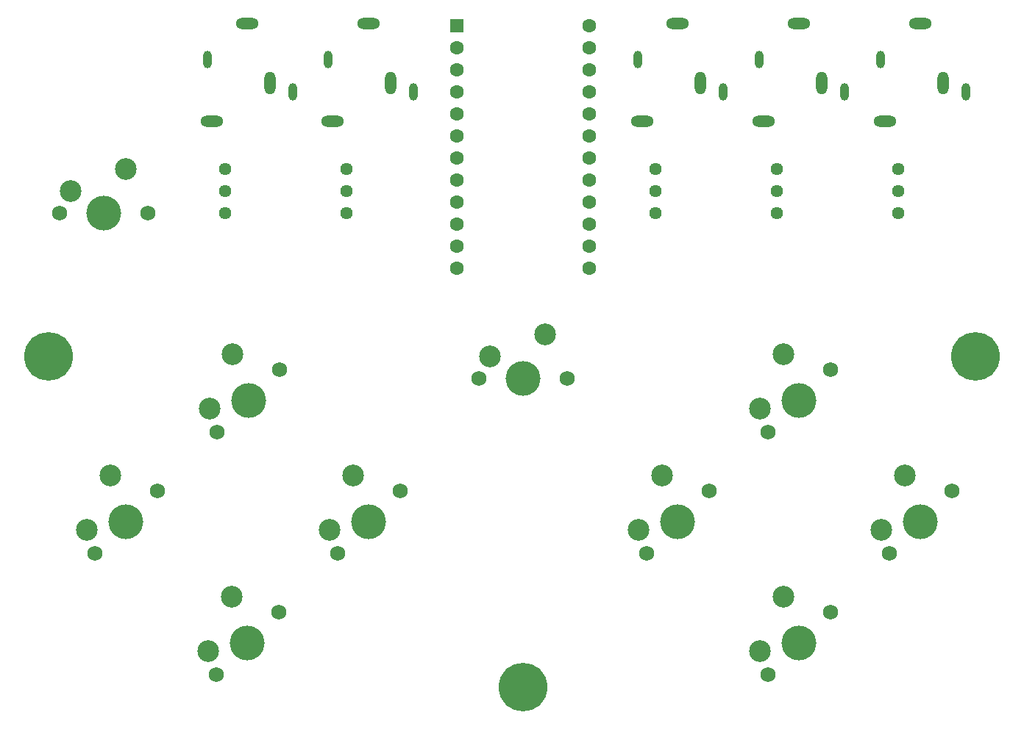
<source format=gbr>
%TF.GenerationSoftware,KiCad,Pcbnew,6.0.2+dfsg-1*%
%TF.CreationDate,2023-07-31T10:29:00-05:00*%
%TF.ProjectId,DrumBrain,4472756d-4272-4616-996e-2e6b69636164,rev?*%
%TF.SameCoordinates,Original*%
%TF.FileFunction,Soldermask,Bot*%
%TF.FilePolarity,Negative*%
%FSLAX46Y46*%
G04 Gerber Fmt 4.6, Leading zero omitted, Abs format (unit mm)*
G04 Created by KiCad (PCBNEW 6.0.2+dfsg-1) date 2023-07-31 10:29:00*
%MOMM*%
%LPD*%
G01*
G04 APERTURE LIST*
%ADD10O,2.616000X1.308000*%
%ADD11O,1.008000X2.016000*%
%ADD12O,1.308000X2.616000*%
%ADD13C,5.600000*%
%ADD14R,1.600000X1.600000*%
%ADD15C,1.600000*%
%ADD16C,2.500000*%
%ADD17C,4.000000*%
%ADD18C,1.750000*%
%ADD19C,1.440000*%
G04 APERTURE END LIST*
D10*
%TO.C,YELLOW1*%
X129480000Y-60640000D03*
D11*
X134680000Y-68540000D03*
D12*
X132080000Y-67540000D03*
D10*
X125380000Y-71940000D03*
D11*
X124880000Y-64840000D03*
%TD*%
D10*
%TO.C,RED1*%
X115570000Y-60640000D03*
D11*
X120770000Y-68540000D03*
D12*
X118170000Y-67540000D03*
D10*
X111470000Y-71940000D03*
D11*
X110970000Y-64840000D03*
%TD*%
D10*
%TO.C,KICK1*%
X165100000Y-60640000D03*
D11*
X170300000Y-68540000D03*
D12*
X167700000Y-67540000D03*
D10*
X161000000Y-71940000D03*
D11*
X160500000Y-64840000D03*
%TD*%
D10*
%TO.C,GREEN1*%
X193040000Y-60640000D03*
D11*
X198240000Y-68540000D03*
D12*
X195640000Y-67540000D03*
D10*
X188940000Y-71940000D03*
D11*
X188440000Y-64840000D03*
%TD*%
D10*
%TO.C,BLUE1*%
X179070000Y-60640000D03*
D11*
X184270000Y-68540000D03*
D12*
X181670000Y-67540000D03*
D10*
X174970000Y-71940000D03*
D11*
X174470000Y-64840000D03*
%TD*%
D13*
%TO.C,*%
X147320000Y-137160000D03*
%TD*%
%TO.C,*%
X199390000Y-99060000D03*
%TD*%
%TO.C,M3*%
X92710000Y-99060000D03*
%TD*%
D14*
%TO.C,U1*%
X139700000Y-60960000D03*
D15*
X139700000Y-63500000D03*
X139700000Y-66040000D03*
X139700000Y-68580000D03*
X139700000Y-71120000D03*
X139700000Y-73660000D03*
X139700000Y-76200000D03*
X139700000Y-78740000D03*
X139700000Y-81280000D03*
X139700000Y-83820000D03*
X139700000Y-86360000D03*
X139700000Y-88900000D03*
X154940000Y-88900000D03*
X154940000Y-86360000D03*
X154940000Y-83820000D03*
X154940000Y-81280000D03*
X154940000Y-78740000D03*
X154940000Y-76200000D03*
X154940000Y-73660000D03*
X154940000Y-71120000D03*
X154940000Y-68580000D03*
X154940000Y-66040000D03*
X154940000Y-63500000D03*
X154940000Y-60960000D03*
%TD*%
D16*
%TO.C,SW-X1*%
X174579872Y-132978026D03*
X177273949Y-126691846D03*
D17*
X179070000Y-132080000D03*
D18*
X175477898Y-135672102D03*
X182662102Y-128487898D03*
%TD*%
D16*
%TO.C,SW-UP1*%
X111194872Y-105038026D03*
X113888949Y-98751846D03*
D17*
X115685000Y-104140000D03*
D18*
X112092898Y-107732102D03*
X119277102Y-100547898D03*
%TD*%
D16*
%TO.C,SW-TRI1*%
X174579872Y-105038026D03*
X177273949Y-98751846D03*
D17*
X179070000Y-104140000D03*
D18*
X175477898Y-107732102D03*
X182662102Y-100547898D03*
%TD*%
D16*
%TO.C,SW-START1*%
X95250000Y-80010000D03*
X101600000Y-77470000D03*
D17*
X99060000Y-82550000D03*
D18*
X93980000Y-82550000D03*
X104140000Y-82550000D03*
%TD*%
D16*
%TO.C,SW-SQR1*%
X160609872Y-119008026D03*
X163303949Y-112721846D03*
D17*
X165100000Y-118110000D03*
D18*
X161507898Y-121702102D03*
X168692102Y-114517898D03*
%TD*%
D16*
%TO.C,SW-RT1*%
X125049872Y-119008026D03*
X127743949Y-112721846D03*
D17*
X129540000Y-118110000D03*
D18*
X125947898Y-121702102D03*
X133132102Y-114517898D03*
%TD*%
D16*
%TO.C,SW-LT1*%
X97109872Y-119008026D03*
X99803949Y-112721846D03*
D17*
X101600000Y-118110000D03*
D18*
X98007898Y-121702102D03*
X105192102Y-114517898D03*
%TD*%
D16*
%TO.C,SW-HOME1*%
X143510000Y-99060000D03*
X149860000Y-96520000D03*
D17*
X147320000Y-101600000D03*
D18*
X142240000Y-101600000D03*
X152400000Y-101600000D03*
%TD*%
D16*
%TO.C,SW-DN1*%
X111079872Y-132978026D03*
X113773949Y-126691846D03*
D17*
X115570000Y-132080000D03*
D18*
X111977898Y-135672102D03*
X119162102Y-128487898D03*
%TD*%
D16*
%TO.C,SW-CIR1*%
X188549872Y-119008026D03*
X191243949Y-112721846D03*
D17*
X193040000Y-118110000D03*
D18*
X189447898Y-121702102D03*
X196632102Y-114517898D03*
%TD*%
D19*
%TO.C,POT-G1*%
X190500000Y-77460000D03*
X190500000Y-80000000D03*
X190500000Y-82540000D03*
%TD*%
%TO.C,POT-K1*%
X162560000Y-77460000D03*
X162560000Y-80000000D03*
X162560000Y-82540000D03*
%TD*%
%TO.C,POT-R1*%
X113030000Y-77460000D03*
X113030000Y-80000000D03*
X113030000Y-82540000D03*
%TD*%
%TO.C,POT-Y1*%
X127000000Y-77460000D03*
X127000000Y-80000000D03*
X127000000Y-82540000D03*
%TD*%
%TO.C,POT-B1*%
X176530000Y-77460000D03*
X176530000Y-80000000D03*
X176530000Y-82540000D03*
%TD*%
M02*

</source>
